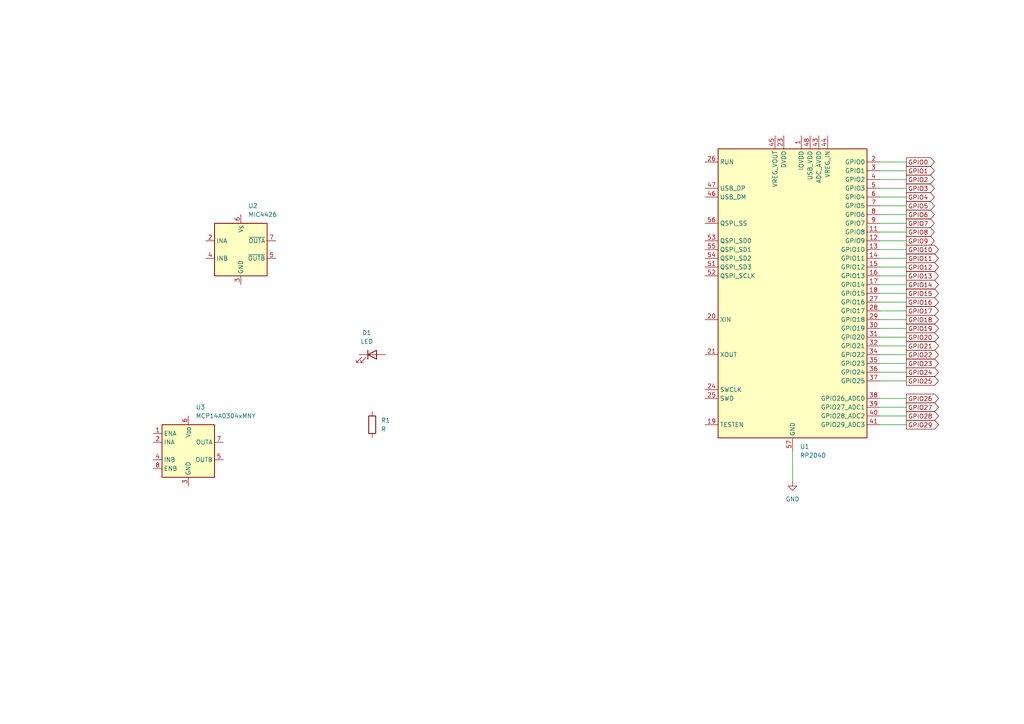
<source format=kicad_sch>
(kicad_sch (version 20250114) (generator "eeschema") (generator_version "9.0")
  (paper "A4")
  (title_block (title "Robot Development Board") (date "2025-09-13"))
  (lib_symbols
    (symbol "Device:LED" (pin_numbers (hide yes)) (pin_names (offset 1.016) (hide yes))
      (property "Reference" "D" (at 0 2.54 0))
      (property "Value" "LED" (at 0 -2.54 0))
      (symbol "LED_0_1"
        (polyline (pts (xy -3.048 -0.762) (xy -4.572 -2.286) (xy -3.81 -2.286) (xy -4.572 -2.286) (xy -4.572 -1.524)))
        (polyline (pts (xy -1.778 -0.762) (xy -3.302 -2.286) (xy -2.54 -2.286) (xy -3.302 -2.286) (xy -3.302 -1.524)))
        (polyline (pts (xy -1.27 0) (xy 1.27 0)))
        (polyline (pts (xy -1.27 -1.27) (xy -1.27 1.27)) (stroke (width 0.254)))
        (polyline (pts (xy 1.27 -1.27) (xy 1.27 1.27) (xy -1.27 0) (xy 1.27 -1.27)) (stroke (width 0.254)))
      )
      (symbol "LED_1_1"
        (pin passive line (at -3.81 0 0) (length 2.54) (name "K") (number "1"))
        (pin passive line (at 3.81 0 180) (length 2.54) (name "A") (number "2"))
      )
    )
    (symbol "Device:R" (pin_numbers (hide yes)) (pin_names (offset 0))
      (property "Reference" "R" (at 2.032 0 90))
      (property "Value" "R" (at 0 0 90))
      (symbol "R_0_1"
        (rectangle (start -1.016 -2.54) (end 1.016 2.54) (stroke (width 0.254)))
      )
      (symbol "R_1_1"
        (pin passive line (at 0 3.81 270) (length 1.27) (name "~") (number "1"))
        (pin passive line (at 0 -3.81 90) (length 1.27) (name "~") (number "2"))
      )
    )
    (symbol "Driver_FET:MCP14A0304xMNY"
      (property "Reference" "U" (at -7.62 8.89 0))
      (property "Value" "MCP14A0304xMNY" (at 1.27 8.89 0))
      (symbol "MCP14A0304xMNY_0_1"
        (rectangle (start -7.62 -7.62) (end 7.62 7.62) (stroke (width 0.254)) (fill (type background)))
      )
      (symbol "MCP14A0304xMNY_1_1"
        (pin input line (at -10.16 5.08 0) (length 2.54) (name "ENA") (number "1"))
        (pin input line (at -10.16 2.54 0) (length 2.54) (name "INA") (number "2"))
        (pin input line (at -10.16 -2.54 0) (length 2.54) (name "INB") (number "4"))
        (pin input line (at -10.16 -5.08 0) (length 2.54) (name "ENB") (number "8"))
        (pin power_in line (at 0 10.16 270) (length 2.54) (name "V_{DD}") (number "6"))
        (pin power_in line (at 0 -10.16 90) (length 2.54) (name "GND") (number "3"))
        (pin passive line (at 0 -10.16 90) (length 2.54) (hide yes) (name "GND") (number "9"))
        (pin output line (at 10.16 2.54 180) (length 2.54) (name "OUTA") (number "7"))
        (pin output line (at 10.16 -2.54 180) (length 2.54) (name "OUTB") (number "5"))
      )
    )
    (symbol "Driver_FET:MIC4426"
      (property "Reference" "U" (at -7.62 8.89 0))
      (property "Value" "MIC4426" (at 1.27 8.89 0))
      (symbol "MIC4426_0_1"
        (rectangle (start -7.62 7.62) (end 7.62 -7.62) (stroke (width 0.254)) (fill (type background)))
      )
      (symbol "MIC4426_1_1"
        (pin input line (at -10.16 2.54 0) (length 2.54) (name "INA") (number "2"))
        (pin input line (at -10.16 -2.54 0) (length 2.54) (name "INB") (number "4"))
        (pin no_connect line (at -7.62 0 0) (length 2.54) (hide yes) (name "NC") (number "1"))
        (pin power_in line (at 0 10.16 270) (length 2.54) (name "V_{S}") (number "6"))
        (pin power_in line (at 0 -10.16 90) (length 2.54) (name "GND") (number "3"))
        (pin no_connect line (at 7.62 0 180) (length 2.54) (hide yes) (name "NC") (number "8"))
        (pin output line (at 10.16 2.54 180) (length 2.54) (name "~{OUTA}") (number "7"))
        (pin output line (at 10.16 -2.54 180) (length 2.54) (name "~{OUTB}") (number "5"))
      )
    )
    (symbol "MCU_RaspberryPi:RP2040"
      (property "Reference" "U" (at 17.78 45.72 0))
      (property "Value" "RP2040" (at 17.78 43.18 0))
      (symbol "RP2040_0_1"
        (rectangle (start -21.59 41.91) (end 21.59 -41.91) (stroke (width 0.254)) (fill (type background)))
      )
      (symbol "RP2040_1_1"
        (pin input line (at -25.4 38.1 0) (length 3.81) (name "RUN") (number "26"))
        (pin bidirectional line (at -25.4 30.48 0) (length 3.81) (name "USB_DP") (number "47"))
        (pin bidirectional line (at -25.4 27.94 0) (length 3.81) (name "USB_DM") (number "46"))
        (pin bidirectional line (at -25.4 20.32 0) (length 3.81) (name "QSPI_SS") (number "56"))
        (pin bidirectional line (at -25.4 15.24 0) (length 3.81) (name "QSPI_SD0") (number "53"))
        (pin bidirectional line (at -25.4 12.7 0) (length 3.81) (name "QSPI_SD1") (number "55"))
        (pin bidirectional line (at -25.4 10.16 0) (length 3.81) (name "QSPI_SD2") (number "54"))
        (pin bidirectional line (at -25.4 7.62 0) (length 3.81) (name "QSPI_SD3") (number "51"))
        (pin output line (at -25.4 5.08 0) (length 3.81) (name "QSPI_SCLK") (number "52"))
        (pin input line (at -25.4 -7.62 0) (length 3.81) (name "XIN") (number "20"))
        (pin passive line (at -25.4 -17.78 0) (length 3.81) (name "XOUT") (number "21"))
        (pin input line (at -25.4 -27.94 0) (length 3.81) (name "SWCLK") (number "24"))
        (pin bidirectional line (at -25.4 -30.48 0) (length 3.81) (name "SWD") (number "25"))
        (pin input line (at -25.4 -38.1 0) (length 3.81) (name "TESTEN") (number "19"))
        (pin power_out line (at -5.08 45.72 270) (length 3.81) (name "VREG_VOUT") (number "45"))
        (pin power_in line (at -2.54 45.72 270) (length 3.81) (name "DVDD") (number "23"))
        (pin passive line (at -2.54 45.72 270) (length 3.81) (hide yes) (name "DVDD") (number "50"))
        (pin power_in line (at 0 -45.72 90) (length 3.81) (name "GND") (number "57"))
        (pin power_in line (at 2.54 45.72 270) (length 3.81) (name "IOVDD") (number "1"))
        (pin passive line (at 2.54 45.72 270) (length 3.81) (hide yes) (name "IOVDD") (number "10"))
        (pin passive line (at 2.54 45.72 270) (length 3.81) (hide yes) (name "IOVDD") (number "22"))
        (pin passive line (at 2.54 45.72 270) (length 3.81) (hide yes) (name "IOVDD") (number "33"))
        (pin passive line (at 2.54 45.72 270) (length 3.81) (hide yes) (name "IOVDD") (number "42"))
        (pin passive line (at 2.54 45.72 270) (length 3.81) (hide yes) (name "IOVDD") (number "49"))
        (pin power_in line (at 5.08 45.72 270) (length 3.81) (name "USB_VDD") (number "48"))
        (pin power_in line (at 7.62 45.72 270) (length 3.81) (name "ADC_AVDD") (number "43"))
        (pin power_in line (at 10.16 45.72 270) (length 3.81) (name "VREG_IN") (number "44"))
        (pin bidirectional line (at 25.4 38.1 180) (length 3.81) (name "GPIO0") (number "2"))
        (pin bidirectional line (at 25.4 35.56 180) (length 3.81) (name "GPIO1") (number "3"))
        (pin bidirectional line (at 25.4 33.02 180) (length 3.81) (name "GPIO2") (number "4"))
        (pin bidirectional line (at 25.4 30.48 180) (length 3.81) (name "GPIO3") (number "5"))
        (pin bidirectional line (at 25.4 27.94 180) (length 3.81) (name "GPIO4") (number "6"))
        (pin bidirectional line (at 25.4 25.4 180) (length 3.81) (name "GPIO5") (number "7"))
        (pin bidirectional line (at 25.4 22.86 180) (length 3.81) (name "GPIO6") (number "8"))
        (pin bidirectional line (at 25.4 20.32 180) (length 3.81) (name "GPIO7") (number "9"))
        (pin bidirectional line (at 25.4 17.78 180) (length 3.81) (name "GPIO8") (number "11"))
        (pin bidirectional line (at 25.4 15.24 180) (length 3.81) (name "GPIO9") (number "12"))
        (pin bidirectional line (at 25.4 12.7 180) (length 3.81) (name "GPIO10") (number "13"))
        (pin bidirectional line (at 25.4 10.16 180) (length 3.81) (name "GPIO11") (number "14"))
        (pin bidirectional line (at 25.4 7.62 180) (length 3.81) (name "GPIO12") (number "15"))
        (pin bidirectional line (at 25.4 5.08 180) (length 3.81) (name "GPIO13") (number "16"))
        (pin bidirectional line (at 25.4 2.54 180) (length 3.81) (name "GPIO14") (number "17"))
        (pin bidirectional line (at 25.4 0 180) (length 3.81) (name "GPIO15") (number "18"))
        (pin bidirectional line (at 25.4 -2.54 180) (length 3.81) (name "GPIO16") (number "27"))
        (pin bidirectional line (at 25.4 -5.08 180) (length 3.81) (name "GPIO17") (number "28"))
        (pin bidirectional line (at 25.4 -7.62 180) (length 3.81) (name "GPIO18") (number "29"))
        (pin bidirectional line (at 25.4 -10.16 180) (length 3.81) (name "GPIO19") (number "30"))
        (pin bidirectional line (at 25.4 -12.7 180) (length 3.81) (name "GPIO20") (number "31"))
        (pin bidirectional line (at 25.4 -15.24 180) (length 3.81) (name "GPIO21") (number "32"))
        (pin bidirectional line (at 25.4 -17.78 180) (length 3.81) (name "GPIO22") (number "34"))
        (pin bidirectional line (at 25.4 -20.32 180) (length 3.81) (name "GPIO23") (number "35"))
        (pin bidirectional line (at 25.4 -22.86 180) (length 3.81) (name "GPIO24") (number "36"))
        (pin bidirectional line (at 25.4 -25.4 180) (length 3.81) (name "GPIO25") (number "37"))
        (pin bidirectional line (at 25.4 -30.48 180) (length 3.81) (name "GPIO26_ADC0") (number "38"))
        (pin bidirectional line (at 25.4 -33.02 180) (length 3.81) (name "GPIO27_ADC1") (number "39"))
        (pin bidirectional line (at 25.4 -35.56 180) (length 3.81) (name "GPIO28_ADC2") (number "40"))
        (pin bidirectional line (at 25.4 -38.1 180) (length 3.81) (name "GPIO29_ADC3") (number "41"))
      )
    )
    (symbol "power:GND" (power) (pin_numbers (hide yes)) (pin_names (offset 0) (hide yes))
      (property "Value" "GND" (at 0 -3.81 0))
      (symbol "GND_0_1"
        (polyline (pts (xy 0 0) (xy 0 -1.27) (xy 1.27 -1.27) (xy 0 -2.54) (xy -1.27 -1.27) (xy 0 -1.27)))
      )
      (symbol "GND_1_1"
        (pin power_in line (at 0 0 270) (length 0) (name "~") (number "1"))
      )
    )
  )
  (wire (pts (xy 255.27 77.47) (xy 262.89 77.47)))
  (wire (pts (xy 255.27 62.23) (xy 262.89 62.23)))
  (wire (pts (xy 255.27 52.07) (xy 262.89 52.07)))
  (wire (pts (xy 255.27 97.79) (xy 262.89 97.79)))
  (wire (pts (xy 255.27 46.99) (xy 262.89 46.99)))
  (wire (pts (xy 255.27 105.41) (xy 262.89 105.41)))
  (wire (pts (xy 255.27 69.85) (xy 262.89 69.85)))
  (wire (pts (xy 255.27 49.53) (xy 262.89 49.53)))
  (wire (pts (xy 255.27 102.87) (xy 262.89 102.87)))
  (wire (pts (xy 255.27 92.71) (xy 262.89 92.71)))
  (wire (pts (xy 255.27 90.17) (xy 262.89 90.17)))
  (wire (pts (xy 255.27 100.33) (xy 262.89 100.33)))
  (wire (pts (xy 255.27 85.09) (xy 262.89 85.09)))
  (wire (pts (xy 255.27 118.11) (xy 262.89 118.11)))
  (wire (pts (xy 255.27 110.49) (xy 262.89 110.49)))
  (wire (pts (xy 255.27 120.65) (xy 262.89 120.65)))
  (wire (pts (xy 255.27 87.63) (xy 262.89 87.63)))
  (wire (pts (xy 229.87 130.81) (xy 229.87 139.7)))
  (wire (pts (xy 255.27 54.61) (xy 262.89 54.61)))
  (wire (pts (xy 255.27 57.15) (xy 262.89 57.15)))
  (wire (pts (xy 255.27 64.77) (xy 262.89 64.77)))
  (wire (pts (xy 255.27 95.25) (xy 262.89 95.25)))
  (wire (pts (xy 255.27 82.55) (xy 262.89 82.55)))
  (wire (pts (xy 255.27 115.57) (xy 262.89 115.57)))
  (wire (pts (xy 255.27 74.93) (xy 262.89 74.93)))
  (wire (pts (xy 255.27 80.01) (xy 262.89 80.01)))
  (wire (pts (xy 255.27 59.69) (xy 262.89 59.69)))
  (wire (pts (xy 255.27 123.19) (xy 262.89 123.19)))
  (wire (pts (xy 255.27 107.95) (xy 262.89 107.95)))
  (wire (pts (xy 255.27 72.39) (xy 262.89 72.39)))
  (wire (pts (xy 255.27 67.31) (xy 262.89 67.31)))
  (global_label "GPIO4" (shape output) (at 262.89 57.15 0) (property "Intersheetrefs" "${INTERSHEET_REFS}" (effects (hide yes))))
  (global_label "GPIO27" (shape output) (at 262.89 118.11 0) (property "Intersheetrefs" "${INTERSHEET_REFS}" (effects (hide yes))))
  (global_label "GPIO29" (shape output) (at 262.89 123.19 0) (property "Intersheetrefs" "${INTERSHEET_REFS}" (effects (hide yes))))
  (global_label "GPIO2" (shape output) (at 262.89 52.07 0) (property "Intersheetrefs" "${INTERSHEET_REFS}" (effects (hide yes))))
  (global_label "GPIO20" (shape output) (at 262.89 97.79 0) (property "Intersheetrefs" "${INTERSHEET_REFS}" (effects (hide yes))))
  (global_label "GPIO17" (shape output) (at 262.89 90.17 0) (property "Intersheetrefs" "${INTERSHEET_REFS}" (effects (hide yes))))
  (global_label "GPIO14" (shape output) (at 262.89 82.55 0) (property "Intersheetrefs" "${INTERSHEET_REFS}" (effects (hide yes))))
  (global_label "GPIO19" (shape output) (at 262.89 95.25 0) (property "Intersheetrefs" "${INTERSHEET_REFS}" (effects (hide yes))))
  (global_label "GPIO28" (shape output) (at 262.89 120.65 0) (property "Intersheetrefs" "${INTERSHEET_REFS}" (effects (hide yes))))
  (global_label "GPIO15" (shape output) (at 262.89 85.09 0) (property "Intersheetrefs" "${INTERSHEET_REFS}" (effects (hide yes))))
  (global_label "GPIO6" (shape output) (at 262.89 62.23 0) (property "Intersheetrefs" "${INTERSHEET_REFS}" (effects (hide yes))))
  (global_label "GPIO24" (shape output) (at 262.89 107.95 0) (property "Intersheetrefs" "${INTERSHEET_REFS}" (effects (hide yes))))
  (global_label "GPIO22" (shape output) (at 262.89 102.87 0) (property "Intersheetrefs" "${INTERSHEET_REFS}" (effects (hide yes))))
  (global_label "GPIO13" (shape output) (at 262.89 80.01 0) (property "Intersheetrefs" "${INTERSHEET_REFS}" (effects (hide yes))))
  (global_label "GPIO12" (shape output) (at 262.89 77.47 0) (property "Intersheetrefs" "${INTERSHEET_REFS}" (effects (hide yes))))
  (global_label "GPIO16" (shape output) (at 262.89 87.63 0) (property "Intersheetrefs" "${INTERSHEET_REFS}" (effects (hide yes))))
  (global_label "GPIO26" (shape output) (at 262.89 115.57 0) (property "Intersheetrefs" "${INTERSHEET_REFS}" (effects (hide yes))))
  (global_label "GPIO3" (shape output) (at 262.89 54.61 0) (property "Intersheetrefs" "${INTERSHEET_REFS}" (effects (hide yes))))
  (global_label "GPIO0" (shape output) (at 262.89 46.99 0) (property "Intersheetrefs" "${INTERSHEET_REFS}" (effects (hide yes))))
  (global_label "GPIO18" (shape output) (at 262.89 92.71 0) (property "Intersheetrefs" "${INTERSHEET_REFS}" (effects (hide yes))))
  (global_label "GPIO23" (shape output) (at 262.89 105.41 0) (property "Intersheetrefs" "${INTERSHEET_REFS}" (effects (hide yes))))
  (global_label "GPIO8" (shape output) (at 262.89 67.31 0) (property "Intersheetrefs" "${INTERSHEET_REFS}" (effects (hide yes))))
  (global_label "GPIO5" (shape output) (at 262.89 59.69 0) (property "Intersheetrefs" "${INTERSHEET_REFS}" (effects (hide yes))))
  (global_label "GPIO10" (shape output) (at 262.89 72.39 0) (property "Intersheetrefs" "${INTERSHEET_REFS}" (effects (hide yes))))
  (global_label "GPIO25" (shape output) (at 262.89 110.49 0) (property "Intersheetrefs" "${INTERSHEET_REFS}" (effects (hide yes))))
  (global_label "GPIO21" (shape output) (at 262.89 100.33 0) (property "Intersheetrefs" "${INTERSHEET_REFS}" (effects (hide yes))))
  (global_label "GPIO9" (shape output) (at 262.89 69.85 0) (property "Intersheetrefs" "${INTERSHEET_REFS}" (effects (hide yes))))
  (global_label "GPIO7" (shape output) (at 262.89 64.77 0) (property "Intersheetrefs" "${INTERSHEET_REFS}" (effects (hide yes))))
  (global_label "GPIO11" (shape output) (at 262.89 74.93 0) (property "Intersheetrefs" "${INTERSHEET_REFS}" (effects (hide yes))))
  (global_label "GPIO1" (shape output) (at 262.89 49.53 0) (property "Intersheetrefs" "${INTERSHEET_REFS}" (effects (hide yes))))
  (symbol (lib_id "Device:R") (at 107.95 123.19 0) (unit 1)
    (property "Reference" "R1" (at 110.49 121.9199 0) (effects (justify left)))
    (property "Value" "R" (at 110.49 124.4599 0) (effects (justify left)))
    (property "Description" "Resistor" (effects (hide yes)))
  )
  (symbol (lib_id "MCU_RaspberryPi:RP2040") (at 229.87 85.09 0) (unit 1)
    (property "Reference" "U1" (at 232.0133 129.54 0) (effects (justify left)))
    (property "Value" "RP2040" (at 232.0133 132.08 0) (effects (justify left)))
    (property "Footprint" "Package_DFN_QFN:QFN-56-1EP_7x7mm_P0.4mm_EP3.2x3.2mm" (effects (hide yes)))
    (property "Datasheet" "https://datasheets.raspberrypi.com/rp2040/rp2040-datasheet.pdf" (effects (hide yes)))
    (property "Description" "A microcontroller by Raspberry Pi" (effects (hide yes)))
  )
  (symbol (lib_id "Device:LED") (at 107.95 102.87 0) (unit 1)
    (property "Reference" "D1" (at 106.3625 96.52 0))
    (property "Value" "LED" (at 106.3625 99.06 0))
    (property "Description" "Light emitting diode" (effects (hide yes)))
    (property "Sim.Pins" "1=K 2=A" (effects (hide yes)))
  )
  (symbol (lib_id "power:GND") (at 229.87 139.7 0) (unit 1)
    (property "Reference" "#PWR01" (effects (hide yes)))
    (property "Value" "GND" (at 229.87 144.78 0))
    (property "Description" "Power symbol creates a global label with name \"GND\" , ground" (effects (hide yes)))
  )
  (symbol (lib_id "Driver_FET:MIC4426") (at 69.85 72.39 0) (unit 1)
    (property "Reference" "U2" (at 71.9933 59.69 0) (effects (justify left)))
    (property "Value" "MIC4426" (at 71.9933 62.23 0) (effects (justify left)))
    (property "Datasheet" "https://ww1.microchip.com/downloads/en/DeviceDoc/MIC4426-7-8-Dual-1-5A-Peak-Low-Side-MOSFET-DRivers-DS20006202A.pdf" (effects (hide yes)))
    (property "Description" "Dual 1.5A-Peak Low-Side MOSFET Driver, 4.5..18V supply voltage, TTL/CMOS compatible inputs, inverting drivers, DIP-8 / SOIC-8 / MSOP-8" (effects (hide yes)))
  )
  (symbol (lib_id "Driver_FET:MCP14A0304xMNY") (at 54.61 130.81 0) (unit 1)
    (property "Reference" "U3" (at 56.7533 118.11 0) (effects (justify left)))
    (property "Value" "MCP14A0304xMNY" (at 56.7533 120.65 0) (effects (justify left)))
    (property "Footprint" "Package_DFN_QFN:WDFN-8-1EP_3x2mm_P0.5mm_EP1.3x1.4mm" (effects (hide yes)))
    (property "Datasheet" "http://ww1.microchip.com/downloads/en/DeviceDoc/MCP14A0303_4_5-Data-Sheet-20006046A.pdf" (effects (hide yes)))
    (property "Description" "Dual 3A-Peak MOSFET Driver, non-inverting outputs, DFN-8" (effects (hide yes)))
  )
)
</source>
